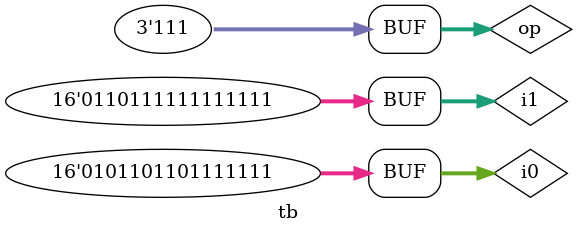
<source format=v>
module tb;
    reg [15:0] i0, i1;
    reg [2:0] op;
    wire [15:0] outp;
    wire cout;

    initial begin
      $dumpfile("tb.vcd");
      $dumpvars(0, tb);
    end

    alu alu_m( op, i0, i1, outp, cout);

    initial begin
      i0 = 16'h5b7f;
      i1 = 16'h0011;
      op = 3'b000;
      #5
      op = 3'b001;
      #5
      op = 3'b010;
      #5
      op = 3'b011;
      #5
      op = 3'b100;
      #5
      op = 3'b101;
      #5
      op = 3'b110;
      #5
      op = 3'b111;
      #5

      i1 = 16'h6fff;
      op = 3'b000;
      #5
      op = 3'b001;
      #5
      op = 3'b010;
      #5
      op = 3'b011;
      #5
      op = 3'b100;
      #5
      op = 3'b101;
      #5
      op = 3'b110;
      #5
      op = 3'b111;
      #5;
    end

endmodule
</source>
